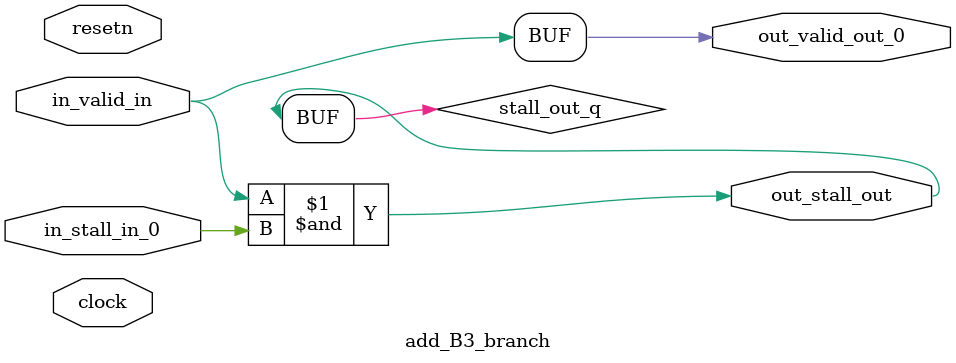
<source format=sv>



(* altera_attribute = "-name AUTO_SHIFT_REGISTER_RECOGNITION OFF; -name MESSAGE_DISABLE 10036; -name MESSAGE_DISABLE 10037; -name MESSAGE_DISABLE 14130; -name MESSAGE_DISABLE 14320; -name MESSAGE_DISABLE 15400; -name MESSAGE_DISABLE 14130; -name MESSAGE_DISABLE 10036; -name MESSAGE_DISABLE 12020; -name MESSAGE_DISABLE 12030; -name MESSAGE_DISABLE 12010; -name MESSAGE_DISABLE 12110; -name MESSAGE_DISABLE 14320; -name MESSAGE_DISABLE 13410; -name MESSAGE_DISABLE 113007; -name MESSAGE_DISABLE 10958" *)
module add_B3_branch (
    input wire [0:0] in_stall_in_0,
    input wire [0:0] in_valid_in,
    output wire [0:0] out_stall_out,
    output wire [0:0] out_valid_out_0,
    input wire clock,
    input wire resetn
    );

    wire [0:0] stall_out_q;


    // stall_out(LOGICAL,6)
    assign stall_out_q = in_valid_in & in_stall_in_0;

    // out_stall_out(GPOUT,4)
    assign out_stall_out = stall_out_q;

    // out_valid_out_0(GPOUT,5)
    assign out_valid_out_0 = in_valid_in;

endmodule

</source>
